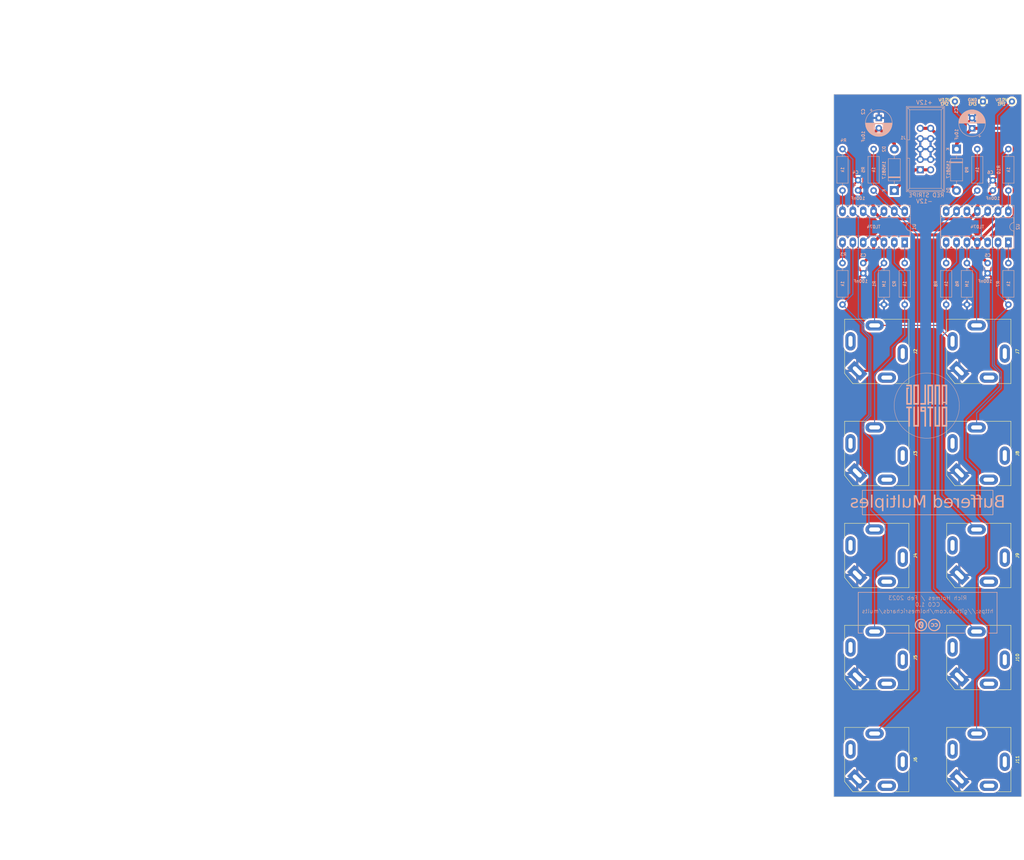
<source format=kicad_pcb>
(kicad_pcb (version 20221018) (generator pcbnew)
  (layers (0 "F.Cu" signal) (31 "B.Cu" signal) (34 "B.Paste" user) (35 "F.Paste" user) (36 "B.SilkS" user "B.Silkscreen") (37 "F.SilkS" user "F.Silkscreen") (38 "B.Mask" user) (39 "F.Mask" user) (44 "Edge.Cuts" user))
  (net 0 "")
  (net 1 "+12V")
  (net 2 "GND")
  (net 3 "-12V")
  (net 4 "/+12_IN")
  (net 5 "/-12_IN")
  (net 6 "Net-(U1A-+)")
  (net 7 "Net-(U1A--)")
  (net 8 "Net-(U1B--)")
  (net 9 "Net-(U1C--)")
  (net 10 "Net-(U1D--)")
  (net 11 "Net-(U2A-+)")
  (net 12 "Net-(U2A--)")
  (net 13 "Net-(U2B--)")
  (net 14 "Net-(U2C--)")
  (net 15 "Net-(U2D--)")
  (net 16 "Net-(R2-Pad2)")
  (net 17 "Net-(R3-Pad2)")
  (net 18 "Net-(R4-Pad2)")
  (net 19 "Net-(R5-Pad2)")
  (net 20 "Net-(R7-Pad2)")
  (net 21 "Net-(R8-Pad2)")
  (net 22 "Net-(R9-Pad2)")
  (net 23 "Net-(R10-Pad2)")
  (footprint "AO_tht:Jack_6.35mm_PJ_629HAN_slots" (layer "F.Cu") (at 212.5 138 -90)
    (fp_text reference "J8" (at 0 -9.5 90) (layer "F.SilkS") (effects (font (size 0.75 0.75))))
    (fp_text value "AudioJack2")
    (pad "R" thru_hole oval (at 0.5 -6.4 270) (size 4.500001 2.5) (drill oval 2.7 1) (layers "*.Cu" "*.Mask"))
    (pad "RN" thru_hole oval (at 6.4 -2.5 270) (size 2.500001 4.500001) (drill oval 1 2.7) (layers "*.Cu" "*.Mask"))
    (pad "S" thru_hole rect (at 4.74 4.74 315) (size 4.500001 2.500001) (drill oval 2.7 1) (layers "*.Cu" "*.Mask") (net 2 "GND"))
    (pad "T" thru_hole oval (at -6.4 0.5 270) (size 2.5 4.5) (drill oval 1 2.7) (layers "*.Cu" "*.Mask") (net 12 "Net-(U2A--)"))
    (pad "TN" thru_hole oval (at -2.5 6.4 270) (size 4.5 2.5) (drill oval 2.7 1) (layers "*.Cu" "*.Mask"))
  )
  (footprint "AO_tht:Jack_6.35mm_PJ_629HAN_slots" (layer "F.Cu") (at 212.5 113 -90)
    (fp_text reference "J7" (at 0 -9.5 90) (layer "F.SilkS") (effects (font (size 0.75 0.75))))
    (fp_text value "AudioJack2_SwitchT")
    (pad "R" thru_hole oval (at 0.5 -6.4 270) (size 4.500001 2.5) (drill oval 2.7 1) (layers "*.Cu" "*.Mask"))
    (pad "RN" thru_hole oval (at 6.4 -2.5 270) (size 2.500001 4.500001) (drill oval 1 2.7) (layers "*.Cu" "*.Mask"))
    (pad "S" thru_hole rect (at 4.74 4.74 315) (size 4.500001 2.500001) (drill oval 2.7 1) (layers "*.Cu" "*.Mask") (net 2 "GND"))
    (pad "T" thru_hole oval (at -6.4 0.5 270) (size 2.5 4.5) (drill oval 1 2.7) (layers "*.Cu" "*.Mask") (net 11 "Net-(U2A-+)"))
    (pad "TN" thru_hole oval (at -2.5 6.4 270) (size 4.5 2.5) (drill oval 2.7 1) (layers "*.Cu" "*.Mask") (net 6 "Net-(U1A-+)"))
  )
  (footprint "AO_tht:Jack_6.35mm_PJ_629HAN_slots" (layer "F.Cu") (at 187.5 188 -90)
    (fp_text reference "J5" (at 0 -9.5 90) (layer "F.SilkS") (effects (font (size 0.75 0.75))))
    (fp_text value "AudioJack2")
    (pad "R" thru_hole oval (at 0.5 -6.4 270) (size 4.500001 2.5) (drill oval 2.7 1) (layers "*.Cu" "*.Mask"))
    (pad "RN" thru_hole oval (at 6.4 -2.5 270) (size 2.500001 4.500001) (drill oval 1 2.7) (layers "*.Cu" "*.Mask"))
    (pad "S" thru_hole rect (at 4.74 4.74 315) (size 4.500001 2.500001) (drill oval 2.7 1) (layers "*.Cu" "*.Mask") (net 2 "GND"))
    (pad "T" thru_hole oval (at -6.4 0.5 270) (size 2.5 4.5) (drill oval 1 2.7) (layers "*.Cu" "*.Mask") (net 9 "Net-(U1C--)"))
    (pad "TN" thru_hole oval (at -2.5 6.4 270) (size 4.5 2.5) (drill oval 2.7 1) (layers "*.Cu" "*.Mask"))
  )
  (footprint "AO_tht:TestPoint_THTPad_D1.5mm_Drill0.7mm" (layer "F.Cu") (at 213.55 51.74 180)
    (fp_text reference "TP3" (at 2.54 -0.635) (layer "F.SilkS") (effects (font (size 0.75 0.75))))
    (fp_text value "GND")
    (fp_text user "${VALUE}" (at 2.54 0.381) (layer "B.SilkS") (effects (font (size 0.75 0.75)) (justify mirror)))
    (fp_text user "${REFERENCE}" (at 2.54 -0.635) (layer "B.SilkS") (effects (font (size 0.75 0.75)) (justify mirror)))
    (fp_text user "${VALUE}" (at 2.54 0.381) (layer "F.SilkS") (effects (font (size 0.75 0.75))))
    (pad "1" thru_hole circle (at 0 0 180) (size 1.5 1.5) (drill 0.7) (layers "*.Cu" "*.Mask") (net 2 "GND"))
  )
  (footprint "multiples:multiples_panel_holes" (layer "F.Cu") (at 200 138)
    (fp_text reference "GRAF1" hide)
    (fp_text value "Holes" hide)
  )
  (footprint "AO_tht:TestPoint_THTPad_D1.5mm_Drill0.7mm" (layer "F.Cu") (at 206.68 51.74 180)
    (fp_text reference "TP2" (at 2.54 -0.635) (layer "F.SilkS") (effects (font (size 0.75 0.75))))
    (fp_text value "+12V")
    (fp_text user "${VALUE}" (at 2.54 0.381) (layer "B.SilkS") (effects (font (size 0.75 0.75)) (justify mirror)))
    (fp_text user "${REFERENCE}" (at 2.54 -0.635) (layer "B.SilkS") (effects (font (size 0.75 0.75)) (justify mirror)))
    (fp_text user "${VALUE}" (at 2.54 0.381) (layer "F.SilkS") (effects (font (size 0.75 0.75))))
    (pad "1" thru_hole circle (at 0 0 180) (size 1.5 1.5) (drill 0.7) (layers "*.Cu" "*.Mask") (net 1 "+12V"))
  )
  (footprint "AO_tht:Jack_6.35mm_PJ_629HAN_slots" (layer "F.Cu") (at 212.5 163 -90)
    (fp_text reference "J9" (at 0 -9.5 90) (layer "F.SilkS") (effects (font (size 0.75 0.75))))
    (fp_text value "AudioJack2")
    (pad "R" thru_hole oval (at 0.5 -6.4 270) (size 4.500001 2.5) (drill oval 2.7 1) (layers "*.Cu" "*.Mask"))
    (pad "RN" thru_hole oval (at 6.4 -2.5 270) (size 2.500001 4.500001) (drill oval 1 2.7) (layers "*.Cu" "*.Mask"))
    (pad "S" thru_hole rect (at 4.74 4.74 315) (size 4.500001 2.500001) (drill oval 2.7 1) (layers "*.Cu" "*.Mask") (net 2 "GND"))
    (pad "T" thru_hole oval (at -6.4 0.5 270) (size 2.5 4.5) (drill oval 1 2.7) (layers "*.Cu" "*.Mask") (net 13 "Net-(U2B--)"))
    (pad "TN" thru_hole oval (at -2.5 6.4 270) (size 4.5 2.5) (drill oval 2.7 1) (layers "*.Cu" "*.Mask"))
  )
  (footprint "AO_tht:Jack_6.35mm_PJ_629HAN_slots" (layer "F.Cu") (at 187.5 163 -90)
    (fp_text reference "J4" (at 0 -9.5 90) (layer "F.SilkS") (effects (font (size 0.75 0.75))))
    (fp_text value "AudioJack2")
    (pad "R" thru_hole oval (at 0.5 -6.4 270) (size 4.500001 2.5) (drill oval 2.7 1) (layers "*.Cu" "*.Mask"))
    (pad "RN" thru_hole oval (at 6.4 -2.5 270) (size 2.500001 4.500001) (drill oval 1 2.7) (layers "*.Cu" "*.Mask"))
    (pad "S" thru_hole rect (at 4.74 4.74 315) (size 4.500001 2.500001) (drill oval 2.7 1) (layers "*.Cu" "*.Mask") (net 2 "GND"))
    (pad "T" thru_hole oval (at -6.4 0.5 270) (size 2.5 4.5) (drill oval 1 2.7) (layers "*.Cu" "*.Mask") (net 8 "Net-(U1B--)"))
    (pad "TN" thru_hole oval (at -2.5 6.4 270) (size 4.5 2.5) (drill oval 2.7 1) (layers "*.Cu" "*.Mask"))
  )
  (footprint "AO_tht:Jack_6.35mm_PJ_629HAN_slots" (layer "F.Cu") (at 187.5 138 -90)
    (fp_text reference "J3" (at 0 -9.5 90) (layer "F.SilkS") (effects (font (size 0.75 0.75))))
    (fp_text value "AudioJack2")
    (pad "R" thru_hole oval (at 0.5 -6.4 270) (size 4.500001 2.5) (drill oval 2.7 1) (layers "*.Cu" "*.Mask"))
    (pad "RN" thru_hole oval (at 6.4 -2.5 270) (size 2.500001 4.500001) (drill oval 1 2.7) (layers "*.Cu" "*.Mask"))
    (pad "S" thru_hole rect (at 4.74 4.74 315) (size 4.500001 2.500001) (drill oval 2.7 1) (layers "*.Cu" "*.Mask") (net 2 "GND"))
    (pad "T" thru_hole oval (at -6.4 0.5 270) (size 2.5 4.5) (drill oval 1 2.7) (layers "*.Cu" "*.Mask") (net 7 "Net-(U1A--)"))
    (pad "TN" thru_hole oval (at -2.5 6.4 270) (size 4.5 2.5) (drill oval 2.7 1) (layers "*.Cu" "*.Mask"))
  )
  (footprint "AO_tht:Jack_6.35mm_PJ_629HAN_slots" (layer "F.Cu") (at 212.5 188 -90)
    (fp_text reference "J10" (at 0 -9.5 90) (layer "F.SilkS") (effects (font (size 0.75 0.75))))
    (fp_text value "AudioJack2")
    (pad "R" thru_hole oval (at 0.5 -6.4 270) (size 4.500001 2.5) (drill oval 2.7 1) (layers "*.Cu" "*.Mask"))
    (pad "RN" thru_hole oval (at 6.4 -2.5 270) (size 2.500001 4.500001) (drill oval 1 2.7) (layers "*.Cu" "*.Mask"))
    (pad "S" thru_hole rect (at 4.74 4.74 315) (size 4.500001 2.500001) (drill oval 2.7 1) (layers "*.Cu" "*.Mask") (net 2 "GND"))
    (pad "T" thru_hole oval (at -6.4 0.5 270) (size 2.5 4.5) (drill oval 1 2.7) (layers "*.Cu" "*.Mask") (net 14 "Net-(U2C--)"))
    (pad "TN" thru_hole oval (at -2.5 6.4 270) (size 4.5 2.5) (drill oval 2.7 1) (layers "*.Cu" "*.Mask"))
  )
  (footprint "AO_tht:Jack_6.35mm_PJ_629HAN_slots" (layer "F.Cu") (at 187.5 213 -90)
    (fp_text reference "J6" (at 0 -9.5 90) (layer "F.SilkS") (effects (font (size 0.75 0.75))))
    (fp_text value "AudioJack2")
    (pad "R" thru_hole oval (at 0.5 -6.4 270) (size 4.500001 2.5) (drill oval 2.7 1) (layers "*.Cu" "*.Mask"))
    (pad "RN" thru_hole oval (at 6.4 -2.5 270) (size 2.500001 4.500001) (drill oval 1 2.7) (layers "*.Cu" "*.Mask"))
    (pad "S" thru_hole rect (at 4.74 4.74 315) (size 4.500001 2.500001) (drill oval 2.7 1) (layers "*.Cu" "*.Mask") (net 2 "GND"))
    (pad "T" thru_hole oval (at -6.4 0.5 270) (size 2.5 4.5) (drill oval 1 2.7) (layers "*.Cu" "*.Mask") (net 10 "Net-(U1D--)"))
    (pad "TN" thru_hole oval (at -2.5 6.4 270) (size 4.5 2.5) (drill oval 2.7 1) (layers "*.Cu" "*.Mask"))
  )
  (footprint "AO_tht:TestPoint_THTPad_D1.5mm_Drill0.7mm" (layer "F.Cu") (at 220.65 51.74 180)
    (fp_text reference "TP1" (at 2.54 -0.635) (layer "F.SilkS") (effects (font (size 0.75 0.75))))
    (fp_text value "-12V")
    (fp_text user "${REFERENCE}" (at 2.54 -0.635) (layer "B.SilkS") (effects (font (size 0.75 0.75)) (justify mirror)))
    (fp_text user "${VALUE}" (at 2.54 0.381) (layer "B.SilkS") (effects (font (size 0.75 0.75)) (justify mirror)))
    (fp_text user "${VALUE}" (at 2.54 0.381) (layer "F.SilkS") (effects (font (size 0.75 0.75))))
    (pad "1" thru_hole circle (at 0 0 180) (size 1.5 1.5) (drill 0.7) (layers "*.Cu" "*.Mask") (net 3 "-12V"))
  )
  (footprint "AO_tht:Jack_6.35mm_PJ_629HAN_slots" (layer "F.Cu") (at 212.5 213 -90)
    (fp_text reference "J11" (at 0 -9.5 90) (layer "F.SilkS") (effects (font (size 0.75 0.75))))
    (fp_text value "AudioJack2")
    (pad "R" thru_hole oval (at 0.5 -6.4 270) (size 4.500001 2.5) (drill oval 2.7 1) (layers "*.Cu" "*.Mask"))
    (pad "RN" thru_hole oval (at 6.4 -2.5 270) (size 2.500001 4.500001) (drill oval 1 2.7) (layers "*.Cu" "*.Mask"))
    (pad "S" thru_hole rect (at 4.74 4.74 315) (size 4.500001 2.500001) (drill oval 2.7 1) (layers "*.Cu" "*.Mask") (net 2 "GND"))
    (pad "T" thru_hole oval (at -6.4 0.5 270) (size 2.5 4.5) (drill oval 1 2.7) (layers "*.Cu" "*.Mask") (net 15 "Net-(U2D--)"))
    (pad "TN" thru_hole oval (at -2.5 6.4 270) (size 4.5 2.5) (drill oval 2.7 1) (layers "*.Cu" "*.Mask"))
  )
  (footprint "AO_tht:Jack_6.35mm_PJ_629HAN_slots" (layer "F.Cu") (at 187.5 113 -90)
    (fp_text reference "J2" (at 0 -9.5 90) (layer "F.SilkS") (effects (font (size 0.75 0.75))))
    (fp_text value "AudioJack2_SwitchT")
    (pad "R" thru_hole oval (at 0.5 -6.4 270) (size 4.500001 2.5) (drill oval 2.7 1) (layers "*.Cu" "*.Mask"))
    (pad "RN" thru_hole oval (at 6.4 -2.5 270) (size 2.500001 4.500001) (drill oval 1 2.7) (layers "*.Cu" "*.Mask"))
    (pad "S" thru_hole rect (at 4.74 4.74 315) (size 4.500001 2.500001) (drill oval 2.7 1) (layers "*.Cu" "*.Mask") (net 2 "GND"))
    (pad "T" thru_hole oval (at -6.4 0.5 270) (size 2.5 4.5) (drill oval 1 2.7) (layers "*.Cu" "*.Mask") (net 6 "Net-(U1A-+)"))
    (pad "TN" thru_hole oval (at -2.5 6.4 270) (size 4.5 2.5) (drill oval 2.7 1) (layers "*.Cu" "*.Mask"))
  )
  (footprint "AO_tht:R_Axial_DIN0207_L6.3mm_D2.5mm_P10.16mm_Horizontal" (layer "B.Cu") (at 212.16 73.56 90)
    (fp_text reference "R9" (at 5.08 -2.54 90) (layer "B.SilkS") (effects (font (size 0.75 0.75)) (justify mirror)))
    (fp_text value "1k")
    (fp_text user "${VALUE}" (at 5.08 0 90) (layer "B.SilkS") (effects (font (size 0.75 0.75)) (justify mirror)))
    (pad "1" thru_hole circle (at 0 0 90) (size 1.6 1.6) (drill 0.8) (layers "*.Cu" "*.Mask") (net 14 "Net-(U2C--)"))
    (pad "2" thru_hole oval (at 10.16 0 90) (size 1.6 1.6) (drill 0.8) (layers "*.Cu" "*.Mask") (net 22 "Net-(R9-Pad2)"))
  )
  (footprint "AO_tht:CC0_logo" (layer "B.Cu") (at 200 180 180)
    (fp_text reference "GRAF3" hide)
    (fp_text value "CC0 logo" hide)
  )
  (footprint "AO_tht:C_Disc_D3.0mm_W1.6mm_P2.50mm" (layer "B.Cu") (at 215.97 71.06 -90)
    (fp_text reference "C6" (at -1.945 0.635) (layer "B.SilkS") (effects (font (size 0.75 0.75)) (justify mirror)))
    (fp_text value "100nF")
    (fp_text user "${VALUE}" (at 4.405 0) (layer "B.SilkS") (effects (font (size 0.75 0.75)) (justify mirror)))
    (pad "1" thru_hole circle (at 0 0 270) (size 1.6 1.6) (drill 0.8) (layers "*.Cu" "*.Mask") (net 2 "GND"))
    (pad "2" thru_hole circle (at 2.5 0 270) (size 1.6 1.6) (drill 0.8) (layers "*.Cu" "*.Mask") (net 3 "-12V"))
  )
  (footprint "AO_tht:R_Axial_DIN0207_L6.3mm_D2.5mm_P10.16mm_Horizontal" (layer "B.Cu") (at 194.38 101.5 90)
    (fp_text reference "R2" (at 5.08 -2.54 90) (layer "B.SilkS") (effects (font (size 0.75 0.75)) (justify mirror)))
    (fp_text value "1k")
    (fp_text user "${VALUE}" (at 5.08 0 90) (layer "B.SilkS") (effects (font (size 0.75 0.75)) (justify mirror)))
    (pad "1" thru_hole circle (at 0 0 90) (size 1.6 1.6) (drill 0.8) (layers "*.Cu" "*.Mask") (net 7 "Net-(U1A--)"))
    (pad "2" thru_hole oval (at 10.16 0 90) (size 1.6 1.6) (drill 0.8) (layers "*.Cu" "*.Mask") (net 16 "Net-(R2-Pad2)"))
  )
  (footprint "AO_tht:DIP-14_W7.62mm_Socket_LongPads" (layer "B.Cu") (at 219.78 86.26 90)
    (fp_text reference "U2" (at 3.81 2.33 90) (layer "B.SilkS") (effects (font (size 0.75 0.75)) (justify mirror)))
    (fp_text value "TL074")
    (fp_text user "${VALUE}" (at 3.81 -7.62) (layer "B.SilkS") (effects (font (size 0.75 0.75)) (justify mirror)))
    (pad "1" thru_hole rect (at 0 0 90) (size 2.4 1.6) (drill 0.8) (layers "*.Cu" "*.Mask") (net 20 "Net-(R7-Pad2)"))
    (pad "2" thru_hole oval (at 0 -2.54 90) (size 2.4 1.6) (drill 0.8) (layers "*.Cu" "*.Mask") (net 12 "Net-(U2A--)"))
    (pad "3" thru_hole oval (at 0 -5.08 90) (size 2.4 1.6) (drill 0.8) (layers "*.Cu" "*.Mask") (net 11 "Net-(U2A-+)"))
    (pad "4" thru_hole oval (at 0 -7.62 90) (size 2.4 1.6) (drill 0.8) (layers "*.Cu" "*.Mask") (net 1 "+12V"))
    (pad "5" thru_hole oval (at 0 -10.16 90) (size 2.4 1.6) (drill 0.8) (layers "*.Cu" "*.Mask") (net 11 "Net-(U2A-+)"))
    (pad "6" thru_hole oval (at 0 -12.7 90) (size 2.4 1.6) (drill 0.8) (layers "*.Cu" "*.Mask") (net 13 "Net-(U2B--)"))
    (pad "7" thru_hole oval (at 0 -15.24 90) (size 2.4 1.6) (drill 0.8) (layers "*.Cu" "*.Mask") (net 21 "Net-(R8-Pad2)"))
    (pad "8" thru_hole oval (at 7.62 -15.24 90) (size 2.4 1.6) (drill 0.8) (layers "*.Cu" "*.Mask") (net 22 "Net-(R9-Pad2)"))
    (pad "9" thru_hole oval (at 7.62 -12.7 90) (size 2.4 1.6) (drill 0.8) (layers "*.Cu" "*.Mask") (net 14 "Net-(U2C--)"))
    (pad "10" thru_hole oval (at 7.62 -10.16 90) (size 2.4 1.6) (drill 0.8) (layers "*.Cu" "*.Mask") (net 11 "Net-(U2A-+)"))
    (pad "11" thru_hole oval (at 7.62 -7.62 90) (size 2.4 1.6) (drill 0.8) (layers "*.Cu" "*.Mask") (net 3 "-12V"))
    (pad "12" thru_hole oval (at 7.62 -5.08 90) (size 2.4 1.6) (drill 0.8) (layers "*.Cu" "*.Mask") (net 11 "Net-(U2A-+)"))
    (pad "13" thru_hole oval (at 7.62 -2.54 90) (size 2.4 1.6) (drill 0.8) (layers "*.Cu" "*.Mask") (net 15 "Net-(U2D--)"))
    (pad "14" thru_hole oval (at 7.62 0 90) (size 2.4 1.6) (drill 0.8) (layers "*.Cu" "*.Mask") (net 23 "Net-(R10-Pad2)"))
  )
  (footprint "AO_tht:DIP-14_W7.62mm_Socket_LongPads" (layer "B.Cu") (at 194.38 86.26 90)
    (fp_text reference "U1" (at 3.81 2.33 90) (layer "B.SilkS") (effects (font (size 0.75 0.75)) (justify mirror)))
    (fp_text value "TL074")
    (fp_text user "${VALUE}" (at 3.81 -7.62) (layer "B.SilkS") (effects (font (size 0.75 0.75)) (justify mirror)))
    (pad "1" thru_hole rect (at 0 0 90) (size 2.4 1.6) (drill 0.8) (layers "*.Cu" "*.Mask") (net 16 "Net-(R2-Pad2)"))
    (pad "2" thru_hole oval (at 0 -2.54 90) (size 2.4 1.6) (drill 0.8) (layers "*.Cu" "*.Mask") (net 7 "Net-(U1A--)"))
    (pad "3" thru_hole oval (at 0 -5.08 90) (size 2.4 1.6) (drill 0.8) (layers "*.Cu" "*.Mask") (net 6 "Net-(U1A-+)"))
    (pad "4" thru_hole oval (at 0 -7.62 90) (size 2.4 1.6) (drill 0.8) (layers "*.Cu" "*.Mask") (net 1 "+12V"))
    (pad "5" thru_hole oval (at 0 -10.16 90) (size 2.4 1.6) (drill 0.8) (layers "*.Cu" "*.Mask") (net 6 "Net-(U1A-+)"))
    (pad "6" thru_hole oval (at 0 -12.7 90) (size 2.4 1.6) (drill 0.8) (layers "*.Cu" "*.Mask") (net 8 "Net-(U1B--)"))
    (pad "7" thru_hole oval (at 0 -15.24 90) (size 2.4 1.6) (drill 0.8) (layers "*.Cu" "*.Mask") (net 17 "Net-(R3-Pad2)"))
    (pad "8" thru_hole oval (at 7.62 -15.24 90) (size 2.4 1.6) (drill 0.8) (layers "*.Cu" "*.Mask") (net 18 "Net-(R4-Pad2)"))
    (pad "9" thru_hole oval (at 7.62 -12.7 90) (size 2.4 1.6) (drill 0.8) (layers "*.Cu" "*.Mask") (net 9 "Net-(U1C--)"))
    (pad "10" thru_hole oval (at 7.62 -10.16 90) (size 2.4 1.6) (drill 0.8) (layers "*.Cu" "*.Mask") (net 6 "Net-(U1A-+)"))
    (pad "11" thru_hole oval (at 7.62 -7.62 90) (size 2.4 1.6) (drill 0.8) (layers "*.Cu" "*.Mask") (net 3 "-12V"))
    (pad "12" thru_hole oval (at 7.62 -5.08 90) (size 2.4 1.6) (drill 0.8) (layers "*.Cu" "*.Mask") (net 6 "Net-(U1A-+)"))
    (pad "13" thru_hole oval (at 7.62 -2.54 90) (size 2.4 1.6) (drill 0.8) (layers "*.Cu" "*.Mask") (net 10 "Net-(U1D--)"))
    (pad "14" thru_hole oval (at 7.62 0 90) (size 2.4 1.6) (drill 0.8) (layers "*.Cu" "*.Mask") (net 19 "Net-(R5-Pad2)"))
  )
  (footprint "AO_tht:C_Disc_D3.0mm_W1.6mm_P2.50mm" (layer "B.Cu") (at 214.7 91.34 -90)
    (fp_text reference "C5" (at -1.905 0) (layer "B.SilkS") (effects (font (size 0.75 0.75)) (justify mirror)))
    (fp_text value "100nF")
    (fp_text user "${VALUE}" (at 4.445 0.635) (layer "B.SilkS") (effects (font (size 0.75 0.75)) (justify mirror)))
    (pad "1" thru_hole circle (at 0 0 270) (size 1.6 1.6) (drill 0.8) (layers "*.Cu" "*.Mask") (net 1 "+12V"))
    (pad "2" thru_hole circle (at 2.5 0 270) (size 1.6 1.6) (drill 0.8) (layers "*.Cu" "*.Mask") (net 2 "GND"))
  )
  (footprint "AO_tht:R_Axial_DIN0207_L6.3mm_D2.5mm_P10.16mm_Horizontal" (layer "B.Cu") (at 179.14 63.4 -90)
    (fp_text reference "R4" (at -2.135 -0.235 -180) (layer "B.SilkS") (effects (font (size 0.75 0.75)) (justify mirror)))
    (fp_text value "1k")
    (fp_text user "${VALUE}" (at 5.08 0 90) (layer "B.SilkS") (effects (font (size 0.75 0.75)) (justify mirror)))
    (pad "1" thru_hole circle (at 0 0 270) (size 1.6 1.6) (drill 0.8) (layers "*.Cu" "*.Mask") (net 9 "Net-(U1C--)"))
    (pad "2" thru_hole oval (at 10.16 0 270) (size 1.6 1.6) (drill 0.8) (layers "*.Cu" "*.Mask") (net 18 "Net-(R4-Pad2)"))
  )
  (footprint "AO_tht:R_Axial_DIN0207_L6.3mm_D2.5mm_P10.16mm_Horizontal" (layer "B.Cu") (at 209.62 91.34 -90)
    (fp_text reference "R6" (at 5.08 2.37 90) (layer "B.SilkS") (effects (font (size 0.75 0.75)) (justify mirror)))
    (fp_text value "1M")
    (fp_text user "${VALUE}" (at 5.08 0 90) (layer "B.SilkS") (effects (font (size 0.75 0.75)) (justify mirror)))
    (pad "1" thru_hole circle (at 0 0 270) (size 1.6 1.6) (drill 0.8) (layers "*.Cu" "*.Mask") (net 11 "Net-(U2A-+)"))
    (pad "2" thru_hole oval (at 10.16 0 270) (size 1.6 1.6) (drill 0.8) (layers "*.Cu" "*.Mask") (net 2 "GND"))
  )
  (footprint "AO_tht:R_Axial_DIN0207_L6.3mm_D2.5mm_P10.16mm_Horizontal" (layer "B.Cu") (at 186.76 73.56 90)
    (fp_text reference "R5" (at 5.08 -2.54 90) (layer "B.SilkS") (effects (font (size 0.75 0.75)) (justify mirror)))
    (fp_text value "1k")
    (fp_text user "${VALUE}" (at 5.08 0 90) (layer "B.SilkS") (effects (font (size 0.75 0.75)) (justify mirror)))
    (pad "1" thru_hole circle (at 0 0 90) (size 1.6 1.6) (drill 0.8) (layers "*.Cu" "*.Mask") (net 10 "Net-(U1D--)"))
    (pad "2" thru_hole oval (at 10.16 0 90) (size 1.6 1.6) (drill 0.8) (layers "*.Cu" "*.Mask") (net 19 "Net-(R5-Pad2)"))
  )
  (footprint "AO_tht:Power_Header" (layer "B.Cu") (at 198.19 68.48)
    (fp_text reference "J1" (at -4.21 -7.85) (layer "B.SilkS") (effects (font (size 0.75 0.75)) (justify mirror)))
    (fp_text value "Synth_power_2x5")
    (fp_text user "+12V" (at 1 -16.5) (layer "B.SilkS") (effects (justify mirror)))
    (fp_text user "RED STRIPE" (at 1.5 6.2) (layer "B.SilkS") (effects (justify mirror)))
    (fp_text user "-12V" (at 1 7.7) (layer "B.SilkS") (effects (justify mirror)))
    (pad "1" thru_hole rect (at 0 0) (size 1.7272 1.7272) (drill 1.016) (layers "*.Cu" "*.Mask") (net 5 "/-12_IN"))
    (pad "2" thru_hole oval (at 2.54 0) (size 1.7272 1.7272) (drill 1.016) (layers "*.Cu" "*.Mask") (net 5 "/-12_IN"))
    (pad "3" thru_hole oval (at 0 -2.54) (size 1.7272 1.7272) (drill 1.016) (layers "*.Cu" "*.Mask") (net 2 "GND"))
    (pad "4" thru_hole oval (at 2.54 -2.54) (size 1.7272 1.7272) (drill 1.016) (layers "*.Cu" "*.Mask") (net 2 "GND"))
    (pad "5" thru_hole oval (at 0 -5.08) (size 1.7272 1.7272) (drill 1.016) (layers "*.Cu" "*.Mask") (net 2 "GND"))
    (pad "6" thru_hole oval (at 2.54 -5.08) (size 1.7272 1.7272) (drill 1.016) (layers "*.Cu" "*.Mask") (net 2 "GND"))
    (pad "7" thru_hole oval (at 0 -7.62) (size 1.7272 1.7272) (drill 1.016) (layers "*.Cu" "*.Mask") (net 2 "GND"))
    (pad "8" thru_hole oval (at 2.54 -7.62) (size 1.7272 1.7272) (drill 1.016) (layers "*.Cu" "*.Mask") (net 2 "GND"))
    (pad "9" thru_hole oval (at 0 -10.16) (size 1.7272 1.7272) (drill 1.016) (layers "*.Cu" "*.Mask") (net 4 "/+12_IN"))
    (pad "10" thru_hole oval (at 2.54 -10.16) (size 1.7272 1.7272) (drill 1.016) (layers "*.Cu" "*.Mask") (net 4 "/+12_IN"))
  )
  (footprint "AO_tht:R_Axial_DIN0207_L6.3mm_D2.5mm_P10.16mm_Horizontal" (layer "B.Cu") (at 179.14 101.5 90)
    (fp_text reference "R3" (at 12.295 0.235 180) (layer "B.SilkS") (effects (font (size 0.75 0.75)) (justify mirror)))
    (fp_text value "1k")
    (fp_text user "${VALUE}" (at 5.08 0 90) (layer "B.SilkS") (effects (font (size 0.75 0.75)) (justify mirror)))
    (pad "1" thru_hole circle (at 0 0 90) (size 1.6 1.6) (drill 0.8) (layers "*.Cu" "*.Mask") (net 8 "Net-(U1B--)"))
    (pad "2" thru_hole oval (at 10.16 0 90) (size 1.6 1.6) (drill 0.8) (layers "*.Cu" "*.Mask") (net 17 "Net-(R3-Pad2)"))
  )
  (footprint "AO_tht:C_Disc_D3.0mm_W1.6mm_P2.50mm" (layer "B.Cu") (at 182.95 71.02 -90)
    (fp_text reference "C4" (at -1.905 0.635) (layer "B.SilkS") (effects (font (size 0.75 0.75)) (justify mirror)))
    (fp_text value "100nF")
    (fp_text user "${VALUE}" (at 4.445 0) (layer "B.SilkS") (effects (font (size 0.75 0.75)) (justify mirror)))
    (pad "1" thru_hole circle (at 0 0 270) (size 1.6 1.6) (drill 0.8) (layers "*.Cu" "*.Mask") (net 2 "GND"))
    (pad "2" thru_hole circle (at 2.5 0 270) (size 1.6 1.6) (drill 0.8) (layers "*.Cu" "*.Mask") (net 3 "-12V"))
  )
  (footprint "AO_tht:R_Axial_DIN0207_L6.3mm_D2.5mm_P10.16mm_Horizontal" (layer "B.Cu") (at 189.3 91.34 -90)
    (fp_text reference "R1" (at 5.08 2.37 90) (layer "B.SilkS") (effects (font (size 0.75 0.75)) (justify mirror)))
    (fp_text value "1M")
    (fp_text user "${VALUE}" (at 5.08 0 90) (layer "B.SilkS") (effects (font (size 0.75 0.75)) (justify mirror)))
    (pad "1" thru_hole circle (at 0 0 270) (size 1.6 1.6) (drill 0.8) (layers "*.Cu" "*.Mask") (net 6 "Net-(U1A-+)"))
    (pad "2" thru_hole oval (at 10.16 0 270) (size 1.6 1.6) (drill 0.8) (layers "*.Cu" "*.Mask") (net 2 "GND"))
  )
  (footprint "AO_tht:analogoutput" (layer "B.Cu") (at 199.78 126.26 180)
    (fp_text reference "GRAF2" hide)
    (fp_text value "AO logo" hide)
  )
  (footprint "AO_tht:R_Axial_DIN0207_L6.3mm_D2.5mm_P10.16mm_Horizontal" (layer "B.Cu") (at 219.78 63.4 -90)
    (fp_text reference "R10" (at 5.08 2.37 90) (layer "B.SilkS") (effects (font (size 0.75 0.75)) (justify mirror)))
    (fp_text value "1k")
    (fp_text user "${VALUE}" (at 5.08 0 90) (layer "B.SilkS") (effects (font (size 0.75 0.75)) (justify mirror)))
    (pad "1" thru_hole circle (at 0 0 270) (size 1.6 1.6) (drill 0.8) (layers "*.Cu" "*.Mask") (net 15 "Net-(U2D--)"))
    (pad "2" thru_hole oval (at 10.16 0 270) (size 1.6 1.6) (drill 0.8) (layers "*.Cu" "*.Mask") (net 23 "Net-(R10-Pad2)"))
  )
  (footprint "AO_tht:R_Axial_DIN0207_L6.3mm_D2.5mm_P10.16mm_Horizontal" (layer "B.Cu") (at 204.54 101.5 90)
    (fp_text reference "R8" (at 5.08 -2.54 90) (layer "B.SilkS") (effects (font (size 0.75 0.75)) (justify mirror)))
    (fp_text value "1k")
    (fp_text user "${VALUE}" (at 5.08 0 90) (layer "B.SilkS") (effects (font (size 0.75 0.75)) (justify mirror)))
    (pad "1" thru_hole circle (at 0 0 90) (size 1.6 1.6) (drill 0.8) (layers "*.Cu" "*.Mask") (net 13 "Net-(U2B--)"))
    (pad "2" thru_hole oval (at 10.16 0 90) (size 1.6 1.6) (drill 0.8) (layers "*.Cu" "*.Mask") (net 21 "Net-(R8-Pad2)"))
  )
  (footprint "AO_tht:C_Disc_D3.0mm_W1.6mm_P2.50mm" (layer "B.Cu") (at 184.22 91.34 -90)
    (fp_text reference "C3" (at -1.905 0) (layer "B.SilkS") (effects (font (size 0.75 0.75)) (justify mirror)))
    (fp_text value "100nF")
    (fp_text user "${VALUE}" (at 4.445 0.635) (layer "B.SilkS") (effects (font (size 0.75 0.75)) (justify mirror)))
    (pad "1" thru_hole circle (at 0 0 270) (size 1.6 1.6) (drill 0.8) (layers "*.Cu" "*.Mask") (net 1 "+12V"))
    (pad "2" thru_hole circle (at 2.5 0 270) (size 1.6 1.6) (drill 0.8) (layers "*.Cu" "*.Mask") (net 2 "GND"))
  )
  (footprint "AO_tht:CP_Radial_D6.3mm_P2.50mm" (layer "B.Cu") (at 188.03 55.78 -90)
    (fp_text reference "C2" (at -1.524 3.81 90) (layer "B.SilkS") (effects (font (size 0.75 0.75)) (justify mirror)))
    (fp_text value "10uF")
    (fp_text user "${VALUE}" (at 4.572 3.81 90) (layer "B.SilkS") (effects (font (size 0.75 0.75)) (justify mirror)))
    (pad "1" thru_hole rect (at 0 0 270) (size 1.6 1.6) (drill 0.8) (layers "*.Cu" "*.Mask") (net 2 "GND"))
    (pad "2" thru_hole circle (at 2.5 0 270) (size 1.6 1.6) (drill 0.8) (layers "*.Cu" "*.Mask") (net 3 "-12V"))
  )
  (footprint "AO_tht:R_Axial_DIN0207_L6.3mm_D2.5mm_P10.16mm_Horizontal" (layer "B.Cu") (at 219.78 101.5 90)
    (fp_text reference "R7" (at 5.08 -2.54 90) (layer "B.SilkS") (effects (font (size 0.75 0.75)) (justify mirror)))
    (fp_text value "1k")
    (fp_text user "${VALUE}" (at 5.08 0 90) (layer "B.SilkS") (effects (font (size 0.75 0.75)) (justify mirror)))
    (pad "1" thru_hole circle (at 0 0 90) (size 1.6 1.6) (drill 0.8) (layers "*.Cu" "*.Mask") (net 12 "Net-(U2A--)"))
    (pad "2" thru_hole oval (at 10.16 0 90) (size 1.6 1.6) (drill 0.8) (layers "*.Cu" "*.Mask") (net 20 "Net-(R7-Pad2)"))
  )
  (footprint "AO_tht:CP_Radial_D6.3mm_P2.50mm" (layer "B.Cu") (at 210.89 58.32 90)
    (fp_text reference "C1" (at 4.32 -3.89 90) (layer "B.SilkS") (effects (font (size 0.75 0.75)) (justify mirror)))
    (fp_text value "10uF")
    (fp_text user "${VALUE}" (at -1.524 -3.81 90) (layer "B.SilkS") (effects (font (size 0.75 0.75)) (justify mirror)))
    (pad "1" thru_hole rect (at 0 0 90) (size 1.6 1.6) (drill 0.8) (layers "*.Cu" "*.Mask") (net 1 "+12V"))
    (pad "2" thru_hole circle (at 2.5 0 90) (size 1.6 1.6) (drill 0.8) (layers "*.Cu" "*.Mask") (net 2 "GND"))
  )
  (footprint "AO_tht:D_DO-41_SOD81_P10.16mm_Horizontal" (layer "B.Cu") (at 191.84 73.56 90)
    (fp_text reference "D2" (at 10.16 -2.54 90) (layer "B.SilkS") (effects (font (size 0.75 0.75)) (justify mirror)))
    (fp_text value "1N5817")
    (fp_text user "${VALUE}" (at 5 -2.54 90) (layer "B.SilkS") (effects (font (size 0.75 0.75)) (justify mirror)))
    (fp_text user "K" (at 0 -2.54 90) (layer "B.SilkS") (effects (font (size 0.75 0.75)) (justify mirror)))
    (pad "1" thru_hole rect (at 0 0 90) (size 2.2 2.2) (drill 1.1) (layers "*.Cu" "*.Mask") (net 5 "/-12_IN"))
    (pad "2" thru_hole oval (at 10.16 0 90) (size 2.2 2.2) (drill 1.1) (layers "*.Cu" "*.Mask") (net 3 "-12V"))
  )
  (footprint "AO_tht:D_DO-41_SOD81_P10.16mm_Horizontal" (layer "B.Cu") (at 207.08 63.4 -90)
    (fp_text reference "D1" (at 10.16 2.032 90) (layer "B.SilkS") (effects (font (size 0.75 0.75)) (justify mirror)))
    (fp_text value "1N5817")
    (fp_text user "K" (at 0 2.1 90) (layer "B.SilkS") (effects (font (size 0.75 0.75)) (justify mirror)))
    (fp_text user "${VALUE}" (at 5 2.032 90) (layer "B.SilkS") (effects (font (size 0.75 0.75)) (justify mirror)))
    (pad "1" thru_hole rect (at 0 0 270) (size 2.2 2.2) (drill 1.1) (layers "*.Cu" "*.Mask") (net 1 "+12V"))
    (pad "2" thru_hole oval (at 10.16 0 270) (size 2.2 2.2) (drill 1.1) (layers "*.Cu" "*.Mask") (net 4 "/+12_IN"))
  )
  (gr_line (start 183 172) (end 183 182) (stroke (width 0.15)) (layer "B.SilkS"))
  (gr_rect (start 184 147) (end 216 153) (stroke (width 0.15)) (fill none) (layer "B.SilkS"))
  (gr_line (start 217 182) (end 217 172) (stroke (width 0.15)) (layer "B.SilkS"))
  (gr_line (start 183 182) (end 184 182) (stroke (width 0.15)) (layer "B.SilkS"))
  (gr_line (start 190 182) (end 209 182) (stroke (width 0.15)) (layer "B.SilkS"))
  (gr_line (start 217 172) (end 183 172) (stroke (width 0.15)) (layer "B.SilkS"))
  (gr_line (start 215 182) (end 217 182) (stroke (width 0.15)) (layer "B.SilkS"))
  (gr_rect (start 177 50) (end 223 222.095) (stroke (width 0.1)) (fill none) (layer "Edge.Cuts"))
  (gr_text "Rich Holmes / Feb 2023\nCC0 1.0\nhttps://github.com/holmesrichards/mults" (at 200 175) (layer "B.SilkS") (effects (font (size 1 1) (thickness 0.1)) (justify mirror)))
  (gr_text "Buffered Multiples" (at 200 150) (layer "B.SilkS") (effects (font (size 3 3) (thickness 0.3)) (justify mirror)))
  (segment (start 210.89 58.32) (end 219.78 58.32) (width 0.75) (layer "F.Cu") (net 1))
  (segment (start 214.7 91.34) (end 212.16 88.8) (width 0.75) (layer "F.Cu") (net 1))
  (segment (start 186.76 88.8) (end 184.22 91.34) (width 0.75) (layer "F.Cu") (net 1))
  (segment (start 217.95499 80.46501) (end 212.16 86.26) (width 0.75) (layer "F.Cu") (net 1))
  (segment (start 207.08 62.13) (end 210.89 58.32) (width 0.75) (layer "F.Cu") (net 1))
  (segment (start 207.08 63.4) (end 207.08 62.13) (width 0.75) (layer "F.Cu") (net 1))
  (segment (start 186.76 86.26) (end 186.76 88.8) (width 0.75) (layer "F.Cu") (net 1))
  (segment (start 219.78 58.32) (end 221.20501 59.74501) (width 0.75) (layer "F.Cu") (net 1))
  (segment (start 220.370258 80.46501) (end 217.95499 80.46501) (width 0.75) (layer "F.Cu") (net 1))
  (segment (start 221.20501 59.74501) (end 221.20501 79.630258) (width 0.75) (layer "F.Cu") (net 1))
  (segment (start 212.16 86.26) (end 212.16 88.8) (width 0.75) (layer "F.Cu") (net 1))
  (segment (start 221.20501 79.630258) (end 220.370258 80.46501) (width 0.75) (layer "F.Cu") (net 1))
  (segment (start 188.58501 84.43499) (end 186.76 86.26) (width 0.75) (layer "F.Cu") (net 1))
  (segment (start 210.33499 84.43499) (end 188.58501 84.43499) (width 0.75) (layer "F.Cu") (net 1))
  (segment (start 212.16 86.26) (end 210.33499 84.43499) (width 0.75) (layer "F.Cu") (net 1))
  (segment (start 206.68 51.74) (end 206.68 54.11) (width 0.25) (layer "B.Cu") (net 1))
  (segment (start 206.68 54.11) (end 210.89 58.32) (width 0.25) (layer "B.Cu") (net 1))
  (segment (start 186.76 77.33) (end 182.95 73.52) (width 0.75) (layer "F.Cu") (net 3))
  (segment (start 186.76 78.64) (end 186.76 77.33) (width 0.75) (layer "F.Cu") (net 3))
  (segment (start 212.16 77.37) (end 215.97 73.56) (width 0.75) (layer "F.Cu") (net 3))
  (segment (start 188.58501 80.46501) (end 210.33499 80.46501) (width 0.75) (layer "F.Cu") (net 3))
  (segment (start 184.375 72.095) (end 182.95 73.52) (width 0.75) (layer "F.Cu") (net 3))
  (segment (start 191.84 62.09) (end 188.03 58.28) (width 0.75) (layer "F.Cu") (net 3))
  (segment (start 184.375 61.935) (end 184.375 72.095) (width 0.75) (layer "F.Cu") (net 3))
  (segment (start 191.84 63.4) (end 191.84 62.09) (width 0.75) (layer "F.Cu") (net 3))
  (segment (start 188.03 58.28) (end 184.375 61.935) (width 0.75) (layer "F.Cu") (net 3))
  (segment (start 212.16 78.64) (end 212.16 77.37) (width 0.75) (layer "F.Cu") (net 3))
  (segment (start 210.33499 80.46501) (end 212.16 78.64) (width 0.75) (layer "F.Cu") (net 3))
  (segment (start 186.76 78.64) (end 188.58501 80.46501) (width 0.75) (layer "F.Cu") (net 3))
  (segment (start 217.145 55.245) (end 217.145 72.385) (width 0.25) (layer "B.Cu") (net 3))
  (segment (start 220.65 51.74) (end 217.145 55.245) (width 0.25) (layer "B.Cu") (net 3))
  (segment (start 217.145 72.385) (end 215.97 73.56) (width 0.25) (layer "B.Cu") (net 3))
  (segment (start 204.794 62.384) (end 204.794 71.274) (width 0.75) (layer "F.Cu") (net 4))
  (segment (start 204.794 71.274) (end 207.08 73.56) (width 0.75) (layer "F.Cu") (net 4))
  (segment (start 198.19 58.32) (end 200.73 58.32) (width 0.75) (layer "F.Cu") (net 4))
  (segment (start 200.73 58.32) (end 204.794 62.384) (width 0.75) (layer "F.Cu") (net 4))
  (segment (start 200.73 68.48) (end 198.19 68.48) (width 0.75) (layer "F.Cu") (net 5))
  (segment (start 196.92 68.48) (end 191.84 73.56) (width 0.75) (layer "F.Cu") (net 5))
  (segment (start 198.19 68.48) (end 196.92 68.48) (width 0.75) (layer "F.Cu") (net 5))
  (segment (start 202.2 106.6) (end 206.1 110.5) (width 0.25) (layer "F.Cu") (net 6))
  (segment (start 187 106.6) (end 202.2 106.6) (width 0.25) (layer "F.Cu") (net 6))
  (segment (start 189.3 91.34) (end 189.3 86.26) (width 0.25) (layer "B.Cu") (net 6))
  (segment (start 185.79501 80.21501) (end 184.22 78.64) (width 0.25) (layer "B.Cu") (net 6))
  (segment (start 189.3 91.34) (end 187 93.64) (width 0.25) (layer "B.Cu") (net 6))
  (segment (start 187 93.64) (end 187 106.6) (width 0.25) (layer "B.Cu") (net 6))
  (segment (start 187.72499 80.21501) (end 185.79501 80.21501) (width 0.25) (layer "B.Cu") (net 6))
  (segment (start 187.72499 84.68499) (end 189.3 86.26) (width 0.25) (layer "B.Cu") (net 6))
  (segment (start 189.3 78.64) (end 187.72499 80.21501) (width 0.25) (layer "B.Cu") (net 6))
  (segment (start 184.22 86.26) (end 185.79501 84.68499) (width 0.25) (layer "B.Cu") (net 6))
  (segment (start 185.79501 80.21501) (end 185.79501 84.68499) (width 0.25) (layer "B.Cu") (net 6))
  (segment (start 185.79501 84.68499) (end 187.72499 84.68499) (width 0.25) (layer "B.Cu") (net 6))
  (segment (start 194.38 108.998) (end 191.324999 112.053001) (width 0.25) (layer "B.Cu") (net 7))
  (segment (start 191.84 91.256) (end 191.84 86.26) (width 0.25) (layer "B.Cu") (net 7))
  (segment (start 194.38 101.5) (end 194.38 93.796) (width 0.25) (layer "B.Cu") (net 7))
  (segment (start 187 118.588998) (end 187 131.6) (width 0.25) (layer "B.Cu") (net 7))
  (segment (start 191.324999 114.263999) (end 187 118.588998) (width 0.25) (layer "B.Cu") (net 7))
  (segment (start 194.38 101.5) (end 194.38 108.998) (width 0.25) (layer "B.Cu") (net 7))
  (segment (start 191.324999 112.053001) (end 191.324999 114.263999) (width 0.25) (layer "B.Cu") (net 7))
  (segment (start 194.38 93.796) (end 191.84 91.256) (width 0.25) (layer "B.Cu") (net 7))
  (segment (start 183.974988 106.334988) (end 183.974988 108.022401) (width 0.25) (layer "B.Cu") (net 8))
  (segment (start 179.14 101.5) (end 183.974988 106.334988) (width 0.25) (layer "B.Cu") (net 8))
  (segment (start 179.14 101.5) (end 181.68 98.96) (width 0.25) (layer "B.Cu") (net 8))
  (segment (start 181.68 98.96) (end 181.68 86.26) (width 0.25) (layer "B.Cu") (net 8))
  (segment (start 185.609874 143.291776) (end 185.609874 155.209874) (width 0.25) (layer "B.Cu") (net 8))
  (segment (start 183.974988 130.177599) (end 183.974988 141.65689) (width 0.25) (layer "B.Cu") (net 8))
  (segment (start 185.609874 128.542713) (end 183.974988 130.177599) (width 0.25) (layer "B.Cu") (net 8))
  (segment (start 185.609874 155.209874) (end 187 156.6) (width 0.25) (layer "B.Cu") (net 8))
  (segment (start 185.609874 109.657287) (end 185.609874 128.542713) (width 0.25) (layer "B.Cu") (net 8))
  (segment (start 183.974988 141.65689) (end 185.609874 143.291776) (width 0.25) (layer "B.Cu") (net 8))
  (segment (start 183.974988 108.022401) (end 185.609874 109.657287) (width 0.25) (layer "B.Cu") (net 8))
  (segment (start 187 166.804997) (end 187 181.6) (width 0.25) (layer "B.Cu") (net 9))
  (segment (start 184.424999 130.363999) (end 184.424999 132.836001) (width 0.25) (layer "B.Cu") (net 9))
  (segment (start 186.059375 128.729623) (end 184.424999 130.363999) (width 0.25) (layer "B.Cu") (net 9))
  (segment (start 189.575001 164.229996) (end 187 166.804997) (width 0.25) (layer "B.Cu") (net 9))
  (segment (start 184.424999 132.836001) (end 186.059375 134.470377) (width 0.25) (layer "B.Cu") (net 9))
  (segment (start 183.019011 79.979011) (end 183.019011 104.7426) (width 0.25) (layer "B.Cu") (net 9))
  (segment (start 186.059375 151.848373) (end 189.575001 155.363999) (width 0.25) (layer "B.Cu") (net 9))
  (segment (start 184.424999 107.836001) (end 186.059375 109.470377) (width 0.25) (layer "B.Cu") (net 9))
  (segment (start 189.575001 155.363999) (end 189.575001 164.229996) (width 0.25) (layer "B.Cu") (net 9))
  (segment (start 181.68 65.94) (end 181.68 78.64) (width 0.25) (layer "B.Cu") (net 9))
  (segment (start 184.424999 106.148588) (end 184.424999 107.836001) (width 0.25) (layer "B.Cu") (net 9))
  (segment (start 179.14 63.4) (end 181.68 65.94) (width 0.25) (layer "B.Cu") (net 9))
  (segment (start 186.059375 134.470377) (end 186.059375 151.848373) (width 0.25) (layer "B.Cu") (net 9))
  (segment (start 181.68 78.64) (end 183.019011 79.979011) (width 0.25) (layer "B.Cu") (net 9))
  (segment (start 183.019011 104.7426) (end 184.424999 106.148588) (width 0.25) (layer "B.Cu") (net 9))
  (segment (start 186.059375 109.470377) (end 186.059375 128.729623) (width 0.25) (layer "B.Cu") (net 9))
  (segment (start 186.76 73.56) (end 191.84 78.64) (width 0.25) (layer "B.Cu") (net 10))
  (segment (start 197.536 84.336) (end 197.536 196.064) (width 0.25) (layer "B.Cu") (net 10))
  (segment (start 197.536 196.064) (end 187 206.6) (width 0.25) (layer "B.Cu") (net 10))
  (segment (start 191.84 78.64) (end 197.536 84.336) (width 0.25) (layer "B.Cu") (net 10))
  (segment (start 211.19501 80.21501) (end 213.12499 80.21501) (width 0.25) (layer "B.Cu") (net 11))
  (segment (start 209.62 91.34) (end 212 93.72) (width 0.25) (layer "B.Cu") (net 11))
  (segment (start 213.12499 80.21501) (end 213.12499 84.68499) (width 0.25) (layer "B.Cu") (net 11))
  (segment (start 213.12499 80.21501) (end 214.7 78.64) (width 0.25) (layer "B.Cu") (net 11))
  (segment (start 209.62 91.34) (end 209.62 86.26) (width 0.25) (layer "B.Cu") (net 11))
  (segment (start 212 93.72) (end 212 106.6) (width 0.25) (layer "B.Cu") (net 11))
  (segment (start 211.19501 84.68499) (end 213.12499 84.68499) (width 0.25) (layer "B.Cu") (net 11))
  (segment (start 213.12499 84.68499) (end 214.7 86.26) (width 0.25) (layer "B.Cu") (net 11))
  (segment (start 209.62 86.26) (end 211.19501 84.68499) (width 0.25) (layer "B.Cu") (net 11))
  (segment (start 209.62 78.64) (end 211.19501 80.21501) (width 0.25) (layer "B.Cu") (net 11))
  (segment (start 219.78 101.5) (end 219.78 102.013) (width 0.25) (layer "B.Cu") (net 12))
  (segment (start 218.025012 122.055988) (end 212 128.081) (width 0.25) (layer "B.Cu") (net 12))
  (segment (start 219.78 101.5) (end 217.24 98.96) (width 0.25) (layer "B.Cu") (net 12))
  (segment (start 212 128.081) (end 212 131.6) (width 0.25) (layer "B.Cu") (net 12))
  (segment (start 216.324999 116.277587) (end 218.025012 117.977599) (width 0.25) (layer "B.Cu") (net 12))
  (segment (start 217.24 98.96) (end 217.24 86.26) (width 0.25) (layer "B.Cu") (net 12))
  (segment (start 218.025012 117.977599) (end 218.025012 122.055988) (width 0.25) (layer "B.Cu") (net 12))
  (segment (start 216.324999 105.468001) (end 216.324999 116.277587) (width 0.25) (layer "B.Cu") (net 12))
  (segment (start 219.78 102.013) (end 216.324999 105.468001) (width 0.25) (layer "B.Cu") (net 12))
  (segment (start 204.54 101.5) (end 204.54 108.248998) (width 0.25) (layer "B.Cu") (net 13))
  (segment (start 204.54 93.631) (end 207.08 91.091) (width 0.25) (layer "B.Cu") (net 13))
  (segment (start 207.08 91.091) (end 207.08 86.26) (width 0.25) (layer "B.Cu") (net 13))
  (segment (start 204.54 101.5) (end 204.54 93.631) (width 0.25) (layer "B.Cu") (net 13))
  (segment (start 203.524999 148.124999) (end 212 156.6) (width 0.25) (layer "B.Cu") (net 13))
  (segment (start 204.54 108.248998) (end 203.524999 109.263999) (width 0.25) (layer "B.Cu") (net 13))
  (segment (start 203.524999 109.263999) (end 203.524999 148.124999) (width 0.25) (layer "B.Cu") (net 13))
  (segment (start 201.473 84.247) (end 201.473 171.073) (width 0.25) (layer "B.Cu") (net 14))
  (segment (start 212.16 73.56) (end 207.08 78.64) (width 0.25) (layer "B.Cu") (net 14))
  (segment (start 207.08 78.64) (end 201.473 84.247) (width 0.25) (layer "B.Cu") (net 14))
  (segment (start 201.473 171.073) (end 212 181.6) (width 0.25) (layer "B.Cu") (net 14))
  (segment (start 209.424999 129.762001) (end 209.424999 139.229996) (width 0.25) (layer "B.Cu") (net 15))
  (segment (start 216.84 78.64) (end 215.874988 79.605012) (width 0.25) (layer "B.Cu") (net 15))
  (segment (start 218.256 77.624) (end 217.24 78.64) (width 0.25) (layer "B.Cu") (net 15))
  (segment (start 212.424999 142.229997) (end 212.424999 153.213997) (width 0.25) (layer "B.Cu") (net 15))
  (segment (start 219.78 63.4) (end 218.256 64.924) (width 0.25) (layer "B.Cu") (net 15))
  (segment (start 214.575001 180.363999) (end 214.575001 191.013997) (width 0.25) (layer "B.Cu") (net 15))
  (segment (start 212 193.588998) (end 212 206.6) (width 0.25) (layer "B.Cu") (net 15))
  (segment (start 214.7 165.888998) (end 212.424999 168.163999) (width 0.25) (layer "B.Cu") (net 15))
  (segment (start 212.424999 168.163999) (end 212.424999 178.213997) (width 0.25) (layer "B.Cu") (net 15))
  (segment (start 215.874988 79.605012) (end 215.874988 116.463986) (width 0.25) (layer "B.Cu") (net 15))
  (segment (start 217.575001 121.611999) (end 209.424999 129.762001) (width 0.25) (layer "B.Cu") (net 15))
  (segment (start 212.424999 153.213997) (end 214.7 155.488998) (width 0.25) (layer "B.Cu") (net 15))
  (segment (start 218.256 64.924) (end 218.256 77.624) (width 0.25) (layer "B.Cu") (net 15))
  (segment (start 217.575001 118.163999) (end 217.575001 121.611999) (width 0.25) (layer "B.Cu") (net 15))
  (segment (start 209.424999 139.229996) (end 212.424999 142.229997) (width 0.25) (layer "B.Cu") (net 15))
  (segment (start 215.874988 116.463986) (end 217.575001 118.163999) (width 0.25) (layer "B.Cu") (net 15))
  (segment (start 214.7 155.488998) (end 214.7 165.888998) (width 0.25) (layer "B.Cu") (net 15))
  (segment (start 214.575001 191.013997) (end 212 193.588998) (width 0.25) (layer "B.Cu") (net 15))
  (segment (start 212.424999 178.213997) (end 214.575001 180.363999) (width 0.25) (layer "B.Cu") (net 15))
  (segment (start 217.24 78.64) (end 216.84 78.64) (width 0.25) (layer "B.Cu") (net 15))
  (segment (start 194.38 91.34) (end 194.38 86.26) (width 0.25) (layer "B.Cu") (net 16))
  (segment (start 179.14 91.34) (end 179.14 86.26) (width 0.25) (layer "B.Cu") (net 17))
  (segment (start 179.14 73.56) (end 179.14 78.64) (width 0.25) (layer "B.Cu") (net 18))
  (segment (start 193.956 78.64) (end 194.38 78.64) (width 0.25) (layer "B.Cu") (net 19))
  (segment (start 186.76 63.4) (end 186.76 71.444) (width 0.25) (layer "B.Cu") (net 19))
  (segment (start 186.76 71.444) (end 193.956 78.64) (width 0.25) (layer "B.Cu") (net 19))
  (segment (start 219.78 91.34) (end 219.78 86.26) (width 0.25) (layer "B.Cu") (net 20))
  (segment (start 204.54 91.34) (end 204.54 86.26) (width 0.25) (layer "B.Cu") (net 21))
  (segment (start 212.16 63.4) (end 212.16 71.02) (width 0.25) (layer "B.Cu") (net 22))
  (segment (start 212.16 71.02) (end 204.54 78.64) (width 0.25) (layer "B.Cu") (net 22))
  (segment (start 219.78 73.56) (end 219.78 78.64) (width 0.25) (layer "B.Cu") (net 23))
  (zone (net 2) (net_name "GND") (layers "F&B.Cu") (priority 1) (connect_pads (clearance 0.508)) (min_thickness 0.254) (fill yes (thermal_gap 0.508) (thermal_bridge_width 0.508))
    (polygon (pts (xy 177 50) (xy 223 50) (xy 223 222.095) (xy 177 222.095)))
  )
)
</source>
